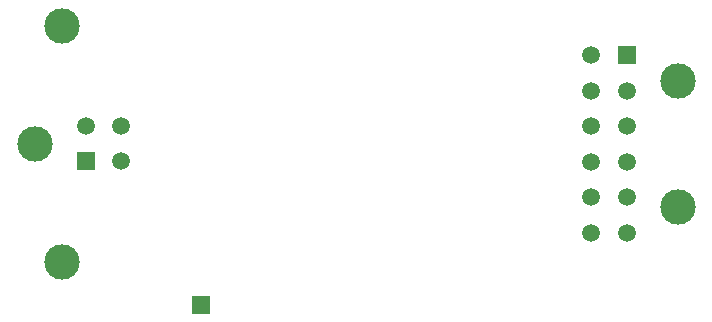
<source format=gbs>
G04 #@! TF.GenerationSoftware,KiCad,Pcbnew,7.0.11-7.0.11~ubuntu22.04.1*
G04 #@! TF.CreationDate,2024-12-11T14:00:36+07:00*
G04 #@! TF.ProjectId,seat_golden,73656174-5f67-46f6-9c64-656e2e6b6963,rev?*
G04 #@! TF.SameCoordinates,Original*
G04 #@! TF.FileFunction,Soldermask,Bot*
G04 #@! TF.FilePolarity,Negative*
%FSLAX46Y46*%
G04 Gerber Fmt 4.6, Leading zero omitted, Abs format (unit mm)*
G04 Created by KiCad (PCBNEW 7.0.11-7.0.11~ubuntu22.04.1) date 2024-12-11 14:00:36*
%MOMM*%
%LPD*%
G01*
G04 APERTURE LIST*
%ADD10C,3.000000*%
%ADD11C,2.999999*%
%ADD12C,1.520000*%
%ADD13R,1.520000X1.520000*%
%ADD14R,1.500000X1.500000*%
G04 APERTURE END LIST*
D10*
X5000000Y-25000000D03*
D11*
X57134214Y-20364562D03*
X57134214Y-9664583D03*
D12*
X49814216Y-7524567D03*
X49814216Y-10524566D03*
X49814216Y-13524565D03*
X49814216Y-16524564D03*
X49814216Y-19524563D03*
X49814216Y-22524562D03*
X52814215Y-22524562D03*
X52814215Y-19524563D03*
X52814215Y-16524564D03*
X52814215Y-13524565D03*
X52814215Y-10524566D03*
D13*
X52814215Y-7524567D03*
D10*
X5000000Y-5000000D03*
D11*
X2680001Y-15000000D03*
D13*
X7000000Y-16500000D03*
D12*
X7000000Y-13500001D03*
X9999999Y-16500000D03*
X9999999Y-13500001D03*
D14*
X16800000Y-28700000D03*
M02*

</source>
